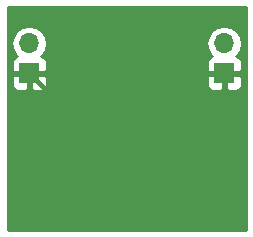
<source format=gbl>
G04 #@! TF.FileFunction,Copper,L2,Bot,Signal*
%FSLAX46Y46*%
G04 Gerber Fmt 4.6, Leading zero omitted, Abs format (unit mm)*
G04 Created by KiCad (PCBNEW 4.0.7) date 10/12/17 03:24:30*
%MOMM*%
%LPD*%
G01*
G04 APERTURE LIST*
%ADD10C,0.100000*%
%ADD11R,1.700000X1.700000*%
%ADD12O,1.700000X1.700000*%
%ADD13C,0.685800*%
%ADD14C,0.457200*%
%ADD15C,0.254000*%
G04 APERTURE END LIST*
D10*
D11*
X127000000Y-66040000D03*
D12*
X127000000Y-63500000D03*
D11*
X110490000Y-66040000D03*
D12*
X110490000Y-63500000D03*
D13*
X122072400Y-72999600D03*
X115189000Y-71882000D03*
D14*
X122072400Y-72999600D02*
X121970800Y-73101200D01*
X121970800Y-73101200D02*
X116408200Y-73101200D01*
X116408200Y-73101200D02*
X115189000Y-71882000D01*
X115189000Y-71882000D02*
X115189000Y-69011800D01*
X115189000Y-69011800D02*
X114350800Y-68173600D01*
X114350800Y-68173600D02*
X112623600Y-68173600D01*
X112623600Y-68173600D02*
X110490000Y-66040000D01*
D15*
G36*
X128830000Y-79300000D02*
X108660000Y-79300000D01*
X108660000Y-66325750D01*
X109005000Y-66325750D01*
X109005000Y-67016310D01*
X109101673Y-67249699D01*
X109280302Y-67428327D01*
X109513691Y-67525000D01*
X110204250Y-67525000D01*
X110363000Y-67366250D01*
X110363000Y-66167000D01*
X110617000Y-66167000D01*
X110617000Y-67366250D01*
X110775750Y-67525000D01*
X111466309Y-67525000D01*
X111699698Y-67428327D01*
X111878327Y-67249699D01*
X111975000Y-67016310D01*
X111975000Y-66325750D01*
X125515000Y-66325750D01*
X125515000Y-67016310D01*
X125611673Y-67249699D01*
X125790302Y-67428327D01*
X126023691Y-67525000D01*
X126714250Y-67525000D01*
X126873000Y-67366250D01*
X126873000Y-66167000D01*
X127127000Y-66167000D01*
X127127000Y-67366250D01*
X127285750Y-67525000D01*
X127976309Y-67525000D01*
X128209698Y-67428327D01*
X128388327Y-67249699D01*
X128485000Y-67016310D01*
X128485000Y-66325750D01*
X128326250Y-66167000D01*
X127127000Y-66167000D01*
X126873000Y-66167000D01*
X125673750Y-66167000D01*
X125515000Y-66325750D01*
X111975000Y-66325750D01*
X111816250Y-66167000D01*
X110617000Y-66167000D01*
X110363000Y-66167000D01*
X109163750Y-66167000D01*
X109005000Y-66325750D01*
X108660000Y-66325750D01*
X108660000Y-63500000D01*
X108975907Y-63500000D01*
X109088946Y-64068285D01*
X109410853Y-64550054D01*
X109454777Y-64579403D01*
X109280302Y-64651673D01*
X109101673Y-64830301D01*
X109005000Y-65063690D01*
X109005000Y-65754250D01*
X109163750Y-65913000D01*
X110363000Y-65913000D01*
X110363000Y-65893000D01*
X110617000Y-65893000D01*
X110617000Y-65913000D01*
X111816250Y-65913000D01*
X111975000Y-65754250D01*
X111975000Y-65063690D01*
X111878327Y-64830301D01*
X111699698Y-64651673D01*
X111525223Y-64579403D01*
X111569147Y-64550054D01*
X111891054Y-64068285D01*
X112004093Y-63500000D01*
X125485907Y-63500000D01*
X125598946Y-64068285D01*
X125920853Y-64550054D01*
X125964777Y-64579403D01*
X125790302Y-64651673D01*
X125611673Y-64830301D01*
X125515000Y-65063690D01*
X125515000Y-65754250D01*
X125673750Y-65913000D01*
X126873000Y-65913000D01*
X126873000Y-65893000D01*
X127127000Y-65893000D01*
X127127000Y-65913000D01*
X128326250Y-65913000D01*
X128485000Y-65754250D01*
X128485000Y-65063690D01*
X128388327Y-64830301D01*
X128209698Y-64651673D01*
X128035223Y-64579403D01*
X128079147Y-64550054D01*
X128401054Y-64068285D01*
X128514093Y-63500000D01*
X128401054Y-62931715D01*
X128079147Y-62449946D01*
X127597378Y-62128039D01*
X127029093Y-62015000D01*
X126970907Y-62015000D01*
X126402622Y-62128039D01*
X125920853Y-62449946D01*
X125598946Y-62931715D01*
X125485907Y-63500000D01*
X112004093Y-63500000D01*
X111891054Y-62931715D01*
X111569147Y-62449946D01*
X111087378Y-62128039D01*
X110519093Y-62015000D01*
X110460907Y-62015000D01*
X109892622Y-62128039D01*
X109410853Y-62449946D01*
X109088946Y-62931715D01*
X108975907Y-63500000D01*
X108660000Y-63500000D01*
X108660000Y-60400000D01*
X128830000Y-60400000D01*
X128830000Y-79300000D01*
X128830000Y-79300000D01*
G37*
X128830000Y-79300000D02*
X108660000Y-79300000D01*
X108660000Y-66325750D01*
X109005000Y-66325750D01*
X109005000Y-67016310D01*
X109101673Y-67249699D01*
X109280302Y-67428327D01*
X109513691Y-67525000D01*
X110204250Y-67525000D01*
X110363000Y-67366250D01*
X110363000Y-66167000D01*
X110617000Y-66167000D01*
X110617000Y-67366250D01*
X110775750Y-67525000D01*
X111466309Y-67525000D01*
X111699698Y-67428327D01*
X111878327Y-67249699D01*
X111975000Y-67016310D01*
X111975000Y-66325750D01*
X125515000Y-66325750D01*
X125515000Y-67016310D01*
X125611673Y-67249699D01*
X125790302Y-67428327D01*
X126023691Y-67525000D01*
X126714250Y-67525000D01*
X126873000Y-67366250D01*
X126873000Y-66167000D01*
X127127000Y-66167000D01*
X127127000Y-67366250D01*
X127285750Y-67525000D01*
X127976309Y-67525000D01*
X128209698Y-67428327D01*
X128388327Y-67249699D01*
X128485000Y-67016310D01*
X128485000Y-66325750D01*
X128326250Y-66167000D01*
X127127000Y-66167000D01*
X126873000Y-66167000D01*
X125673750Y-66167000D01*
X125515000Y-66325750D01*
X111975000Y-66325750D01*
X111816250Y-66167000D01*
X110617000Y-66167000D01*
X110363000Y-66167000D01*
X109163750Y-66167000D01*
X109005000Y-66325750D01*
X108660000Y-66325750D01*
X108660000Y-63500000D01*
X108975907Y-63500000D01*
X109088946Y-64068285D01*
X109410853Y-64550054D01*
X109454777Y-64579403D01*
X109280302Y-64651673D01*
X109101673Y-64830301D01*
X109005000Y-65063690D01*
X109005000Y-65754250D01*
X109163750Y-65913000D01*
X110363000Y-65913000D01*
X110363000Y-65893000D01*
X110617000Y-65893000D01*
X110617000Y-65913000D01*
X111816250Y-65913000D01*
X111975000Y-65754250D01*
X111975000Y-65063690D01*
X111878327Y-64830301D01*
X111699698Y-64651673D01*
X111525223Y-64579403D01*
X111569147Y-64550054D01*
X111891054Y-64068285D01*
X112004093Y-63500000D01*
X125485907Y-63500000D01*
X125598946Y-64068285D01*
X125920853Y-64550054D01*
X125964777Y-64579403D01*
X125790302Y-64651673D01*
X125611673Y-64830301D01*
X125515000Y-65063690D01*
X125515000Y-65754250D01*
X125673750Y-65913000D01*
X126873000Y-65913000D01*
X126873000Y-65893000D01*
X127127000Y-65893000D01*
X127127000Y-65913000D01*
X128326250Y-65913000D01*
X128485000Y-65754250D01*
X128485000Y-65063690D01*
X128388327Y-64830301D01*
X128209698Y-64651673D01*
X128035223Y-64579403D01*
X128079147Y-64550054D01*
X128401054Y-64068285D01*
X128514093Y-63500000D01*
X128401054Y-62931715D01*
X128079147Y-62449946D01*
X127597378Y-62128039D01*
X127029093Y-62015000D01*
X126970907Y-62015000D01*
X126402622Y-62128039D01*
X125920853Y-62449946D01*
X125598946Y-62931715D01*
X125485907Y-63500000D01*
X112004093Y-63500000D01*
X111891054Y-62931715D01*
X111569147Y-62449946D01*
X111087378Y-62128039D01*
X110519093Y-62015000D01*
X110460907Y-62015000D01*
X109892622Y-62128039D01*
X109410853Y-62449946D01*
X109088946Y-62931715D01*
X108975907Y-63500000D01*
X108660000Y-63500000D01*
X108660000Y-60400000D01*
X128830000Y-60400000D01*
X128830000Y-79300000D01*
M02*

</source>
